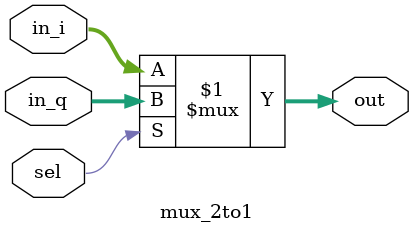
<source format=v>
module mux_2to1(in_i,in_q,sel,out);

parameter SPAN = 16;

input wire [SPAN:0]in_i,in_q;
input wire sel;
output wire [SPAN:0]out;

assign out = (sel)? in_q : in_i;

endmodule
</source>
